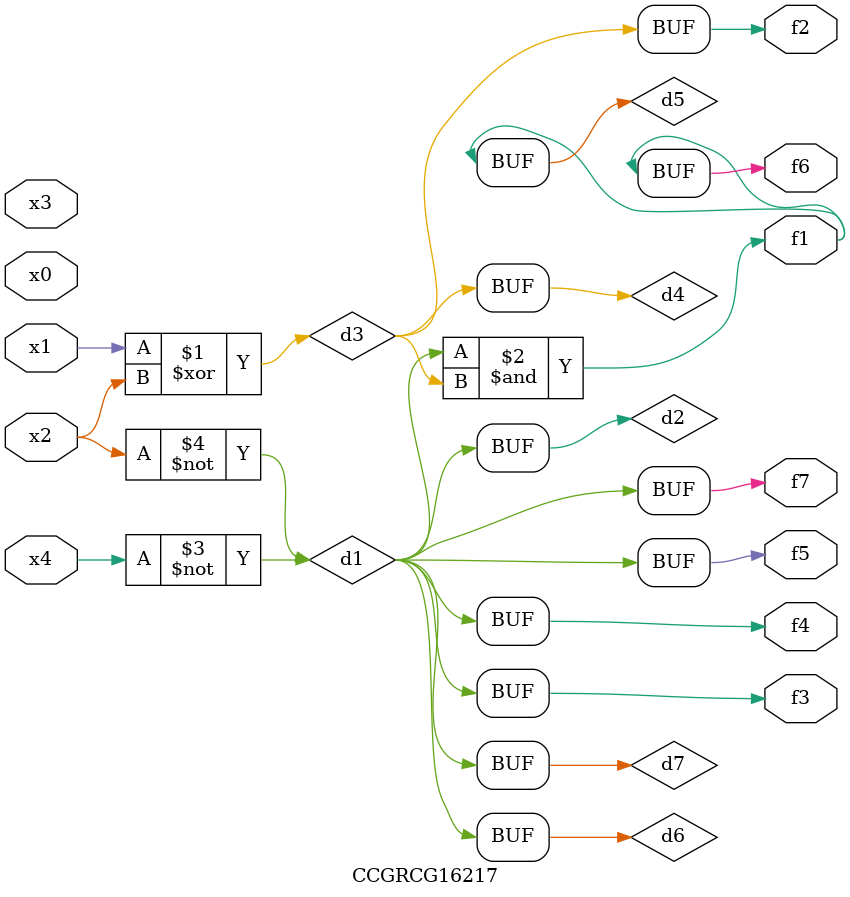
<source format=v>
module CCGRCG16217(
	input x0, x1, x2, x3, x4,
	output f1, f2, f3, f4, f5, f6, f7
);

	wire d1, d2, d3, d4, d5, d6, d7;

	not (d1, x4);
	not (d2, x2);
	xor (d3, x1, x2);
	buf (d4, d3);
	and (d5, d1, d3);
	buf (d6, d1, d2);
	buf (d7, d2);
	assign f1 = d5;
	assign f2 = d4;
	assign f3 = d7;
	assign f4 = d7;
	assign f5 = d7;
	assign f6 = d5;
	assign f7 = d7;
endmodule

</source>
